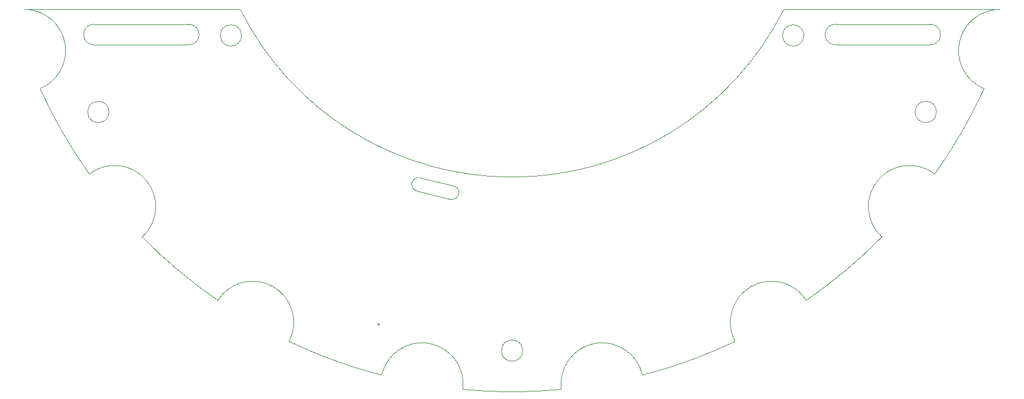
<source format=gm1>
%FSLAX25Y25*%
%MOIN*%
G70*
G01*
G75*
G04 Layer_Color=16711935*
G04:AMPARAMS|DCode=10|XSize=37.4mil|YSize=29.53mil|CornerRadius=0mil|HoleSize=0mil|Usage=FLASHONLY|Rotation=215.500|XOffset=0mil|YOffset=0mil|HoleType=Round|Shape=Rectangle|*
%AMROTATEDRECTD10*
4,1,4,0.00665,0.02288,0.02380,-0.00116,-0.00665,-0.02288,-0.02380,0.00116,0.00665,0.02288,0.0*
%
%ADD10ROTATEDRECTD10*%

G04:AMPARAMS|DCode=11|XSize=59.06mil|YSize=118.11mil|CornerRadius=0mil|HoleSize=0mil|Usage=FLASHONLY|Rotation=33.000|XOffset=0mil|YOffset=0mil|HoleType=Round|Shape=Rectangle|*
%AMROTATEDRECTD11*
4,1,4,0.00740,-0.06561,-0.05693,0.03345,-0.00740,0.06561,0.05693,-0.03345,0.00740,-0.06561,0.0*
%
%ADD11ROTATEDRECTD11*%

G04:AMPARAMS|DCode=12|XSize=37.4mil|YSize=29.53mil|CornerRadius=0mil|HoleSize=0mil|Usage=FLASHONLY|Rotation=337.500|XOffset=0mil|YOffset=0mil|HoleType=Round|Shape=Rectangle|*
%AMROTATEDRECTD12*
4,1,4,-0.02293,-0.00648,-0.01163,0.02080,0.02293,0.00648,0.01163,-0.02080,-0.02293,-0.00648,0.0*
%
%ADD12ROTATEDRECTD12*%

G04:AMPARAMS|DCode=13|XSize=37.4mil|YSize=29.53mil|CornerRadius=0mil|HoleSize=0mil|Usage=FLASHONLY|Rotation=96.500|XOffset=0mil|YOffset=0mil|HoleType=Round|Shape=Rectangle|*
%AMROTATEDRECTD13*
4,1,4,0.01679,-0.01691,-0.01255,-0.02025,-0.01679,0.01691,0.01255,0.02025,0.01679,-0.01691,0.0*
%
%ADD13ROTATEDRECTD13*%

%ADD14P,0.12806X4X118.5*%
G04:AMPARAMS|DCode=15|XSize=37.4mil|YSize=29.53mil|CornerRadius=0mil|HoleSize=0mil|Usage=FLASHONLY|Rotation=352.500|XOffset=0mil|YOffset=0mil|HoleType=Round|Shape=Rectangle|*
%AMROTATEDRECTD15*
4,1,4,-0.02047,-0.01220,-0.01661,0.01708,0.02047,0.01220,0.01661,-0.01708,-0.02047,-0.01220,0.0*
%
%ADD15ROTATEDRECTD15*%

G04:AMPARAMS|DCode=16|XSize=37.4mil|YSize=29.53mil|CornerRadius=0mil|HoleSize=0mil|Usage=FLASHONLY|Rotation=78.500|XOffset=0mil|YOffset=0mil|HoleType=Round|Shape=Rectangle|*
%AMROTATEDRECTD16*
4,1,4,0.01074,-0.02127,-0.01820,-0.01538,-0.01074,0.02127,0.01820,0.01538,0.01074,-0.02127,0.0*
%
%ADD16ROTATEDRECTD16*%

G04:AMPARAMS|DCode=17|XSize=108.27mil|YSize=122.05mil|CornerRadius=0mil|HoleSize=0mil|Usage=FLASHONLY|Rotation=259.000|XOffset=0mil|YOffset=0mil|HoleType=Round|Shape=Rectangle|*
%AMROTATEDRECTD17*
4,1,4,-0.04957,0.06478,0.07023,0.04150,0.04957,-0.06478,-0.07023,-0.04150,-0.04957,0.06478,0.0*
%
%ADD17ROTATEDRECTD17*%

G04:AMPARAMS|DCode=18|XSize=23.62mil|YSize=57.09mil|CornerRadius=0mil|HoleSize=0mil|Usage=FLASHONLY|Rotation=349.000|XOffset=0mil|YOffset=0mil|HoleType=Round|Shape=Rectangle|*
%AMROTATEDRECTD18*
4,1,4,-0.01704,-0.02577,-0.00615,0.03027,0.01704,0.02577,0.00615,-0.03027,-0.01704,-0.02577,0.0*
%
%ADD18ROTATEDRECTD18*%

G04:AMPARAMS|DCode=19|XSize=66.93mil|YSize=78.74mil|CornerRadius=0mil|HoleSize=0mil|Usage=FLASHONLY|Rotation=251.000|XOffset=0mil|YOffset=0mil|HoleType=Round|Shape=Rectangle|*
%AMROTATEDRECTD19*
4,1,4,-0.02633,0.04446,0.04812,0.01882,0.02633,-0.04446,-0.04812,-0.01882,-0.02633,0.04446,0.0*
%
%ADD19ROTATEDRECTD19*%

G04:AMPARAMS|DCode=20|XSize=37.4mil|YSize=29.53mil|CornerRadius=0mil|HoleSize=0mil|Usage=FLASHONLY|Rotation=84.948|XOffset=0mil|YOffset=0mil|HoleType=Round|Shape=Rectangle|*
%AMROTATEDRECTD20*
4,1,4,0.01306,-0.01993,-0.01635,-0.01733,-0.01306,0.01993,0.01635,0.01733,0.01306,-0.01993,0.0*
%
%ADD20ROTATEDRECTD20*%

G04:AMPARAMS|DCode=21|XSize=37.4mil|YSize=29.53mil|CornerRadius=0mil|HoleSize=0mil|Usage=FLASHONLY|Rotation=272.280|XOffset=0mil|YOffset=0mil|HoleType=Round|Shape=Rectangle|*
%AMROTATEDRECTD21*
4,1,4,-0.01550,0.01810,0.01401,0.01927,0.01550,-0.01810,-0.01401,-0.01927,-0.01550,0.01810,0.0*
%
%ADD21ROTATEDRECTD21*%

G04:AMPARAMS|DCode=22|XSize=37.4mil|YSize=29.53mil|CornerRadius=0mil|HoleSize=0mil|Usage=FLASHONLY|Rotation=96.500|XOffset=0mil|YOffset=0mil|HoleType=Round|Shape=Rectangle|*
%AMROTATEDRECTD22*
4,1,4,0.01679,-0.01691,-0.01255,-0.02025,-0.01679,0.01691,0.01255,0.02025,0.01679,-0.01691,0.0*
%
%ADD22ROTATEDRECTD22*%

%ADD23R,0.01181X0.05709*%
%ADD24R,0.05709X0.01181*%
G04:AMPARAMS|DCode=25|XSize=37.4mil|YSize=29.53mil|CornerRadius=0mil|HoleSize=0mil|Usage=FLASHONLY|Rotation=103.000|XOffset=0mil|YOffset=0mil|HoleType=Round|Shape=Rectangle|*
%AMROTATEDRECTD25*
4,1,4,0.01859,-0.01490,-0.01018,-0.02154,-0.01859,0.01490,0.01018,0.02154,0.01859,-0.01490,0.0*
%
%ADD25ROTATEDRECTD25*%

G04:AMPARAMS|DCode=26|XSize=37.4mil|YSize=29.53mil|CornerRadius=0mil|HoleSize=0mil|Usage=FLASHONLY|Rotation=77.000|XOffset=0mil|YOffset=0mil|HoleType=Round|Shape=Rectangle|*
%AMROTATEDRECTD26*
4,1,4,0.01018,-0.02154,-0.01859,-0.01490,-0.01018,0.02154,0.01859,0.01490,0.01018,-0.02154,0.0*
%
%ADD26ROTATEDRECTD26*%

G04:AMPARAMS|DCode=27|XSize=37.4mil|YSize=29.53mil|CornerRadius=0mil|HoleSize=0mil|Usage=FLASHONLY|Rotation=95.500|XOffset=0mil|YOffset=0mil|HoleType=Round|Shape=Rectangle|*
%AMROTATEDRECTD27*
4,1,4,0.01649,-0.01720,-0.01290,-0.02003,-0.01649,0.01720,0.01290,0.02003,0.01649,-0.01720,0.0*
%
%ADD27ROTATEDRECTD27*%

G04:AMPARAMS|DCode=28|XSize=37.4mil|YSize=29.53mil|CornerRadius=0mil|HoleSize=0mil|Usage=FLASHONLY|Rotation=182.681|XOffset=0mil|YOffset=0mil|HoleType=Round|Shape=Rectangle|*
%AMROTATEDRECTD28*
4,1,4,0.01799,0.01562,0.01937,-0.01387,-0.01799,-0.01562,-0.01937,0.01387,0.01799,0.01562,0.0*
%
%ADD28ROTATEDRECTD28*%

G04:AMPARAMS|DCode=29|XSize=37.4mil|YSize=29.53mil|CornerRadius=0mil|HoleSize=0mil|Usage=FLASHONLY|Rotation=287.000|XOffset=0mil|YOffset=0mil|HoleType=Round|Shape=Rectangle|*
%AMROTATEDRECTD29*
4,1,4,-0.01959,0.01357,0.00865,0.02220,0.01959,-0.01357,-0.00865,-0.02220,-0.01959,0.01357,0.0*
%
%ADD29ROTATEDRECTD29*%

G04:AMPARAMS|DCode=30|XSize=37.4mil|YSize=29.53mil|CornerRadius=0mil|HoleSize=0mil|Usage=FLASHONLY|Rotation=358.956|XOffset=0mil|YOffset=0mil|HoleType=Round|Shape=Rectangle|*
%AMROTATEDRECTD30*
4,1,4,-0.01897,-0.01442,-0.01843,0.01510,0.01897,0.01442,0.01843,-0.01510,-0.01897,-0.01442,0.0*
%
%ADD30ROTATEDRECTD30*%

G04:AMPARAMS|DCode=31|XSize=37.4mil|YSize=29.53mil|CornerRadius=0mil|HoleSize=0mil|Usage=FLASHONLY|Rotation=262.500|XOffset=0mil|YOffset=0mil|HoleType=Round|Shape=Rectangle|*
%AMROTATEDRECTD31*
4,1,4,-0.01220,0.02047,0.01708,0.01661,0.01220,-0.02047,-0.01708,-0.01661,-0.01220,0.02047,0.0*
%
%ADD31ROTATEDRECTD31*%

G04:AMPARAMS|DCode=32|XSize=37.4mil|YSize=29.53mil|CornerRadius=0mil|HoleSize=0mil|Usage=FLASHONLY|Rotation=259.000|XOffset=0mil|YOffset=0mil|HoleType=Round|Shape=Rectangle|*
%AMROTATEDRECTD32*
4,1,4,-0.01092,0.02117,0.01806,0.01554,0.01092,-0.02117,-0.01806,-0.01554,-0.01092,0.02117,0.0*
%
%ADD32ROTATEDRECTD32*%

G04:AMPARAMS|DCode=33|XSize=37.4mil|YSize=29.53mil|CornerRadius=0mil|HoleSize=0mil|Usage=FLASHONLY|Rotation=45.000|XOffset=0mil|YOffset=0mil|HoleType=Round|Shape=Rectangle|*
%AMROTATEDRECTD33*
4,1,4,-0.00278,-0.02366,-0.02366,-0.00278,0.00278,0.02366,0.02366,0.00278,-0.00278,-0.02366,0.0*
%
%ADD33ROTATEDRECTD33*%

G04:AMPARAMS|DCode=34|XSize=37.4mil|YSize=29.53mil|CornerRadius=0mil|HoleSize=0mil|Usage=FLASHONLY|Rotation=222.500|XOffset=0mil|YOffset=0mil|HoleType=Round|Shape=Rectangle|*
%AMROTATEDRECTD34*
4,1,4,0.00381,0.02352,0.02376,0.00175,-0.00381,-0.02352,-0.02376,-0.00175,0.00381,0.02352,0.0*
%
%ADD34ROTATEDRECTD34*%

G04:AMPARAMS|DCode=35|XSize=37.4mil|YSize=29.53mil|CornerRadius=0mil|HoleSize=0mil|Usage=FLASHONLY|Rotation=219.500|XOffset=0mil|YOffset=0mil|HoleType=Round|Shape=Rectangle|*
%AMROTATEDRECTD35*
4,1,4,0.00504,0.02329,0.02382,0.00050,-0.00504,-0.02329,-0.02382,-0.00050,0.00504,0.02329,0.0*
%
%ADD35ROTATEDRECTD35*%

G04:AMPARAMS|DCode=36|XSize=37.4mil|YSize=29.53mil|CornerRadius=0mil|HoleSize=0mil|Usage=FLASHONLY|Rotation=216.500|XOffset=0mil|YOffset=0mil|HoleType=Round|Shape=Rectangle|*
%AMROTATEDRECTD36*
4,1,4,0.00625,0.02299,0.02382,-0.00074,-0.00625,-0.02299,-0.02382,0.00074,0.00625,0.02299,0.0*
%
%ADD36ROTATEDRECTD36*%

G04:AMPARAMS|DCode=37|XSize=37.4mil|YSize=29.53mil|CornerRadius=0mil|HoleSize=0mil|Usage=FLASHONLY|Rotation=130.000|XOffset=0mil|YOffset=0mil|HoleType=Round|Shape=Rectangle|*
%AMROTATEDRECTD37*
4,1,4,0.02333,-0.00484,0.00071,-0.02382,-0.02333,0.00484,-0.00071,0.02382,0.02333,-0.00484,0.0*
%
%ADD37ROTATEDRECTD37*%

G04:AMPARAMS|DCode=38|XSize=37.4mil|YSize=29.53mil|CornerRadius=0mil|HoleSize=0mil|Usage=FLASHONLY|Rotation=213.500|XOffset=0mil|YOffset=0mil|HoleType=Round|Shape=Rectangle|*
%AMROTATEDRECTD38*
4,1,4,0.00745,0.02263,0.02374,-0.00199,-0.00745,-0.02263,-0.02374,0.00199,0.00745,0.02263,0.0*
%
%ADD38ROTATEDRECTD38*%

G04:AMPARAMS|DCode=39|XSize=37.4mil|YSize=29.53mil|CornerRadius=0mil|HoleSize=0mil|Usage=FLASHONLY|Rotation=210.500|XOffset=0mil|YOffset=0mil|HoleType=Round|Shape=Rectangle|*
%AMROTATEDRECTD39*
4,1,4,0.00862,0.02221,0.02361,-0.00323,-0.00862,-0.02221,-0.02361,0.00323,0.00862,0.02221,0.0*
%
%ADD39ROTATEDRECTD39*%

G04:AMPARAMS|DCode=40|XSize=37.4mil|YSize=29.53mil|CornerRadius=0mil|HoleSize=0mil|Usage=FLASHONLY|Rotation=120.243|XOffset=0mil|YOffset=0mil|HoleType=Round|Shape=Rectangle|*
%AMROTATEDRECTD40*
4,1,4,0.02217,-0.00872,-0.00334,-0.02359,-0.02217,0.00872,0.00334,0.02359,0.02217,-0.00872,0.0*
%
%ADD40ROTATEDRECTD40*%

G04:AMPARAMS|DCode=41|XSize=37.4mil|YSize=29.53mil|CornerRadius=0mil|HoleSize=0mil|Usage=FLASHONLY|Rotation=212.500|XOffset=0mil|YOffset=0mil|HoleType=Round|Shape=Rectangle|*
%AMROTATEDRECTD41*
4,1,4,0.00784,0.02250,0.02371,-0.00240,-0.00784,-0.02250,-0.02371,0.00240,0.00784,0.02250,0.0*
%
%ADD41ROTATEDRECTD41*%

G04:AMPARAMS|DCode=42|XSize=37.4mil|YSize=29.53mil|CornerRadius=0mil|HoleSize=0mil|Usage=FLASHONLY|Rotation=214.500|XOffset=0mil|YOffset=0mil|HoleType=Round|Shape=Rectangle|*
%AMROTATEDRECTD42*
4,1,4,0.00705,0.02276,0.02377,-0.00158,-0.00705,-0.02276,-0.02377,0.00158,0.00705,0.02276,0.0*
%
%ADD42ROTATEDRECTD42*%

G04:AMPARAMS|DCode=43|XSize=59.06mil|YSize=118.11mil|CornerRadius=0mil|HoleSize=0mil|Usage=FLASHONLY|Rotation=325.000|XOffset=0mil|YOffset=0mil|HoleType=Round|Shape=Rectangle|*
%AMROTATEDRECTD43*
4,1,4,-0.05806,-0.03144,0.00969,0.06531,0.05806,0.03144,-0.00969,-0.06531,-0.05806,-0.03144,0.0*
%
%ADD43ROTATEDRECTD43*%

G04:AMPARAMS|DCode=44|XSize=37.4mil|YSize=29.53mil|CornerRadius=0mil|HoleSize=0mil|Usage=FLASHONLY|Rotation=93.284|XOffset=0mil|YOffset=0mil|HoleType=Round|Shape=Rectangle|*
%AMROTATEDRECTD44*
4,1,4,0.01581,-0.01782,-0.01367,-0.01952,-0.01581,0.01782,0.01367,0.01952,0.01581,-0.01782,0.0*
%
%ADD44ROTATEDRECTD44*%

%ADD45C,0.01000*%
G04:AMPARAMS|DCode=46|XSize=39.37mil|YSize=78.74mil|CornerRadius=0mil|HoleSize=0mil|Usage=FLASHONLY|Rotation=182.000|XOffset=0mil|YOffset=0mil|HoleType=Round|Shape=Round|*
%AMOVALD46*
21,1,0.03937,0.03937,0.00000,0.00000,272.0*
1,1,0.03937,-0.00069,0.01967*
1,1,0.03937,0.00069,-0.01967*
%
%ADD46OVALD46*%

G04:AMPARAMS|DCode=47|XSize=59.06mil|YSize=118.11mil|CornerRadius=0mil|HoleSize=0mil|Usage=FLASHONLY|Rotation=33.500|XOffset=0mil|YOffset=0mil|HoleType=Round|Shape=Round|*
%AMOVALD47*
21,1,0.05906,0.05906,0.00000,0.00000,123.5*
1,1,0.05906,0.01630,-0.02462*
1,1,0.05906,-0.01630,0.02462*
%
%ADD47OVALD47*%

G04:AMPARAMS|DCode=48|XSize=39.37mil|YSize=78.74mil|CornerRadius=0mil|HoleSize=0mil|Usage=FLASHONLY|Rotation=349.000|XOffset=0mil|YOffset=0mil|HoleType=Round|Shape=Round|*
%AMOVALD48*
21,1,0.03937,0.03937,0.00000,0.00000,79.0*
1,1,0.03937,-0.00376,-0.01932*
1,1,0.03937,0.00376,0.01932*
%
%ADD48OVALD48*%

%ADD49C,0.05315*%
%ADD50P,0.07517X4X378.0*%
%ADD51P,0.07517X4X307.5*%
%ADD52O,0.03937X0.07874*%
%ADD53O,0.09843X0.05906*%
G04:AMPARAMS|DCode=54|XSize=39.37mil|YSize=78.74mil|CornerRadius=0mil|HoleSize=0mil|Usage=FLASHONLY|Rotation=14.000|XOffset=0mil|YOffset=0mil|HoleType=Round|Shape=Round|*
%AMOVALD54*
21,1,0.03937,0.03937,0.00000,0.00000,104.0*
1,1,0.03937,0.00476,-0.01910*
1,1,0.03937,-0.00476,0.01910*
%
%ADD54OVALD54*%

G04:AMPARAMS|DCode=55|XSize=39.37mil|YSize=78.74mil|CornerRadius=0mil|HoleSize=0mil|Usage=FLASHONLY|Rotation=19.500|XOffset=0mil|YOffset=0mil|HoleType=Round|Shape=Round|*
%AMOVALD55*
21,1,0.03937,0.03937,0.00000,0.00000,109.5*
1,1,0.03937,0.00657,-0.01856*
1,1,0.03937,-0.00657,0.01856*
%
%ADD55OVALD55*%

G04:AMPARAMS|DCode=56|XSize=39.37mil|YSize=78.74mil|CornerRadius=0mil|HoleSize=0mil|Usage=FLASHONLY|Rotation=342.000|XOffset=0mil|YOffset=0mil|HoleType=Round|Shape=Round|*
%AMOVALD56*
21,1,0.03937,0.03937,0.00000,0.00000,72.0*
1,1,0.03937,-0.00608,-0.01872*
1,1,0.03937,0.00608,0.01872*
%
%ADD56OVALD56*%

G04:AMPARAMS|DCode=57|XSize=39.37mil|YSize=78.74mil|CornerRadius=0mil|HoleSize=0mil|Usage=FLASHONLY|Rotation=40.500|XOffset=0mil|YOffset=0mil|HoleType=Round|Shape=Round|*
%AMOVALD57*
21,1,0.03937,0.03937,0.00000,0.00000,130.5*
1,1,0.03937,0.01278,-0.01497*
1,1,0.03937,-0.01278,0.01497*
%
%ADD57OVALD57*%

G04:AMPARAMS|DCode=58|XSize=39.37mil|YSize=78.74mil|CornerRadius=0mil|HoleSize=0mil|Usage=FLASHONLY|Rotation=46.000|XOffset=0mil|YOffset=0mil|HoleType=Round|Shape=Round|*
%AMOVALD58*
21,1,0.03937,0.03937,0.00000,0.00000,136.0*
1,1,0.03937,0.01416,-0.01367*
1,1,0.03937,-0.01416,0.01367*
%
%ADD58OVALD58*%

G04:AMPARAMS|DCode=59|XSize=39.37mil|YSize=78.74mil|CornerRadius=0mil|HoleSize=0mil|Usage=FLASHONLY|Rotation=320.000|XOffset=0mil|YOffset=0mil|HoleType=Round|Shape=Round|*
%AMOVALD59*
21,1,0.03937,0.03937,0.00000,0.00000,50.0*
1,1,0.03937,-0.01265,-0.01508*
1,1,0.03937,0.01265,0.01508*
%
%ADD59OVALD59*%

%ADD60C,0.03150*%
%ADD61C,0.01969*%
%ADD62C,0.04331*%
%ADD63C,0.00984*%
%ADD64C,0.02362*%
%ADD65C,0.00787*%
%ADD66C,0.00394*%
%ADD67C,0.00197*%
G04:AMPARAMS|DCode=68|XSize=45.4mil|YSize=37.53mil|CornerRadius=0mil|HoleSize=0mil|Usage=FLASHONLY|Rotation=215.500|XOffset=0mil|YOffset=0mil|HoleType=Round|Shape=Rectangle|*
%AMROTATEDRECTD68*
4,1,4,0.00759,0.02846,0.02938,-0.00209,-0.00759,-0.02846,-0.02938,0.00209,0.00759,0.02846,0.0*
%
%ADD68ROTATEDRECTD68*%

G04:AMPARAMS|DCode=69|XSize=67.06mil|YSize=126.11mil|CornerRadius=0mil|HoleSize=0mil|Usage=FLASHONLY|Rotation=33.000|XOffset=0mil|YOffset=0mil|HoleType=Round|Shape=Rectangle|*
%AMROTATEDRECTD69*
4,1,4,0.00622,-0.07114,-0.06246,0.03462,-0.00622,0.07114,0.06246,-0.03462,0.00622,-0.07114,0.0*
%
%ADD69ROTATEDRECTD69*%

G04:AMPARAMS|DCode=70|XSize=45.4mil|YSize=37.53mil|CornerRadius=0mil|HoleSize=0mil|Usage=FLASHONLY|Rotation=337.500|XOffset=0mil|YOffset=0mil|HoleType=Round|Shape=Rectangle|*
%AMROTATEDRECTD70*
4,1,4,-0.02815,-0.00865,-0.01379,0.02602,0.02815,0.00865,0.01379,-0.02602,-0.02815,-0.00865,0.0*
%
%ADD70ROTATEDRECTD70*%

G04:AMPARAMS|DCode=71|XSize=45.4mil|YSize=37.53mil|CornerRadius=0mil|HoleSize=0mil|Usage=FLASHONLY|Rotation=96.500|XOffset=0mil|YOffset=0mil|HoleType=Round|Shape=Rectangle|*
%AMROTATEDRECTD71*
4,1,4,0.02121,-0.02043,-0.01607,-0.02468,-0.02121,0.02043,0.01607,0.02468,0.02121,-0.02043,0.0*
%
%ADD71ROTATEDRECTD71*%

%ADD72P,0.13937X4X118.5*%
G04:AMPARAMS|DCode=73|XSize=45.4mil|YSize=37.53mil|CornerRadius=0mil|HoleSize=0mil|Usage=FLASHONLY|Rotation=352.500|XOffset=0mil|YOffset=0mil|HoleType=Round|Shape=Rectangle|*
%AMROTATEDRECTD73*
4,1,4,-0.02496,-0.01564,-0.02006,0.02157,0.02496,0.01564,0.02006,-0.02157,-0.02496,-0.01564,0.0*
%
%ADD73ROTATEDRECTD73*%

G04:AMPARAMS|DCode=74|XSize=45.4mil|YSize=37.53mil|CornerRadius=0mil|HoleSize=0mil|Usage=FLASHONLY|Rotation=78.500|XOffset=0mil|YOffset=0mil|HoleType=Round|Shape=Rectangle|*
%AMROTATEDRECTD74*
4,1,4,0.01386,-0.02599,-0.02291,-0.01850,-0.01386,0.02599,0.02291,0.01850,0.01386,-0.02599,0.0*
%
%ADD74ROTATEDRECTD74*%

G04:AMPARAMS|DCode=75|XSize=116.27mil|YSize=130.05mil|CornerRadius=0mil|HoleSize=0mil|Usage=FLASHONLY|Rotation=259.000|XOffset=0mil|YOffset=0mil|HoleType=Round|Shape=Rectangle|*
%AMROTATEDRECTD75*
4,1,4,-0.05274,0.06947,0.07492,0.04466,0.05274,-0.06947,-0.07492,-0.04466,-0.05274,0.06947,0.0*
%
%ADD75ROTATEDRECTD75*%

G04:AMPARAMS|DCode=76|XSize=31.62mil|YSize=65.09mil|CornerRadius=0mil|HoleSize=0mil|Usage=FLASHONLY|Rotation=349.000|XOffset=0mil|YOffset=0mil|HoleType=Round|Shape=Rectangle|*
%AMROTATEDRECTD76*
4,1,4,-0.02173,-0.02893,-0.00931,0.03496,0.02173,0.02893,0.00931,-0.03496,-0.02173,-0.02893,0.0*
%
%ADD76ROTATEDRECTD76*%

G04:AMPARAMS|DCode=77|XSize=74.93mil|YSize=86.74mil|CornerRadius=0mil|HoleSize=0mil|Usage=FLASHONLY|Rotation=251.000|XOffset=0mil|YOffset=0mil|HoleType=Round|Shape=Rectangle|*
%AMROTATEDRECTD77*
4,1,4,-0.02881,0.04954,0.05321,0.02130,0.02881,-0.04954,-0.05321,-0.02130,-0.02881,0.04954,0.0*
%
%ADD77ROTATEDRECTD77*%

G04:AMPARAMS|DCode=78|XSize=45.4mil|YSize=37.53mil|CornerRadius=0mil|HoleSize=0mil|Usage=FLASHONLY|Rotation=84.948|XOffset=0mil|YOffset=0mil|HoleType=Round|Shape=Rectangle|*
%AMROTATEDRECTD78*
4,1,4,0.01669,-0.02427,-0.02069,-0.02096,-0.01669,0.02427,0.02069,0.02096,0.01669,-0.02427,0.0*
%
%ADD78ROTATEDRECTD78*%

G04:AMPARAMS|DCode=79|XSize=45.4mil|YSize=37.53mil|CornerRadius=0mil|HoleSize=0mil|Usage=FLASHONLY|Rotation=272.280|XOffset=0mil|YOffset=0mil|HoleType=Round|Shape=Rectangle|*
%AMROTATEDRECTD79*
4,1,4,-0.01965,0.02194,0.01785,0.02343,0.01965,-0.02194,-0.01785,-0.02343,-0.01965,0.02194,0.0*
%
%ADD79ROTATEDRECTD79*%

G04:AMPARAMS|DCode=80|XSize=45.4mil|YSize=37.53mil|CornerRadius=0mil|HoleSize=0mil|Usage=FLASHONLY|Rotation=96.500|XOffset=0mil|YOffset=0mil|HoleType=Round|Shape=Rectangle|*
%AMROTATEDRECTD80*
4,1,4,0.02121,-0.02043,-0.01607,-0.02468,-0.02121,0.02043,0.01607,0.02468,0.02121,-0.02043,0.0*
%
%ADD80ROTATEDRECTD80*%

%ADD81R,0.01981X0.06509*%
%ADD82R,0.06509X0.01981*%
G04:AMPARAMS|DCode=83|XSize=45.4mil|YSize=37.53mil|CornerRadius=0mil|HoleSize=0mil|Usage=FLASHONLY|Rotation=103.000|XOffset=0mil|YOffset=0mil|HoleType=Round|Shape=Rectangle|*
%AMROTATEDRECTD83*
4,1,4,0.02339,-0.01790,-0.01318,-0.02634,-0.02339,0.01790,0.01318,0.02634,0.02339,-0.01790,0.0*
%
%ADD83ROTATEDRECTD83*%

G04:AMPARAMS|DCode=84|XSize=45.4mil|YSize=37.53mil|CornerRadius=0mil|HoleSize=0mil|Usage=FLASHONLY|Rotation=77.000|XOffset=0mil|YOffset=0mil|HoleType=Round|Shape=Rectangle|*
%AMROTATEDRECTD84*
4,1,4,0.01318,-0.02634,-0.02339,-0.01790,-0.01318,0.02634,0.02339,0.01790,0.01318,-0.02634,0.0*
%
%ADD84ROTATEDRECTD84*%

G04:AMPARAMS|DCode=85|XSize=45.4mil|YSize=37.53mil|CornerRadius=0mil|HoleSize=0mil|Usage=FLASHONLY|Rotation=95.500|XOffset=0mil|YOffset=0mil|HoleType=Round|Shape=Rectangle|*
%AMROTATEDRECTD85*
4,1,4,0.02085,-0.02080,-0.01650,-0.02440,-0.02085,0.02080,0.01650,0.02440,0.02085,-0.02080,0.0*
%
%ADD85ROTATEDRECTD85*%

G04:AMPARAMS|DCode=86|XSize=45.4mil|YSize=37.53mil|CornerRadius=0mil|HoleSize=0mil|Usage=FLASHONLY|Rotation=182.681|XOffset=0mil|YOffset=0mil|HoleType=Round|Shape=Rectangle|*
%AMROTATEDRECTD86*
4,1,4,0.02180,0.01981,0.02355,-0.01768,-0.02180,-0.01981,-0.02355,0.01768,0.02180,0.01981,0.0*
%
%ADD86ROTATEDRECTD86*%

G04:AMPARAMS|DCode=87|XSize=45.4mil|YSize=37.53mil|CornerRadius=0mil|HoleSize=0mil|Usage=FLASHONLY|Rotation=287.000|XOffset=0mil|YOffset=0mil|HoleType=Round|Shape=Rectangle|*
%AMROTATEDRECTD87*
4,1,4,-0.02458,0.01622,0.01131,0.02720,0.02458,-0.01622,-0.01131,-0.02720,-0.02458,0.01622,0.0*
%
%ADD87ROTATEDRECTD87*%

G04:AMPARAMS|DCode=88|XSize=45.4mil|YSize=37.53mil|CornerRadius=0mil|HoleSize=0mil|Usage=FLASHONLY|Rotation=358.956|XOffset=0mil|YOffset=0mil|HoleType=Round|Shape=Rectangle|*
%AMROTATEDRECTD88*
4,1,4,-0.02304,-0.01835,-0.02236,0.01917,0.02304,0.01835,0.02236,-0.01917,-0.02304,-0.01835,0.0*
%
%ADD88ROTATEDRECTD88*%

G04:AMPARAMS|DCode=89|XSize=45.4mil|YSize=37.53mil|CornerRadius=0mil|HoleSize=0mil|Usage=FLASHONLY|Rotation=262.500|XOffset=0mil|YOffset=0mil|HoleType=Round|Shape=Rectangle|*
%AMROTATEDRECTD89*
4,1,4,-0.01564,0.02496,0.02157,0.02006,0.01564,-0.02496,-0.02157,-0.02006,-0.01564,0.02496,0.0*
%
%ADD89ROTATEDRECTD89*%

G04:AMPARAMS|DCode=90|XSize=45.4mil|YSize=37.53mil|CornerRadius=0mil|HoleSize=0mil|Usage=FLASHONLY|Rotation=259.000|XOffset=0mil|YOffset=0mil|HoleType=Round|Shape=Rectangle|*
%AMROTATEDRECTD90*
4,1,4,-0.01409,0.02586,0.02275,0.01870,0.01409,-0.02586,-0.02275,-0.01870,-0.01409,0.02586,0.0*
%
%ADD90ROTATEDRECTD90*%

G04:AMPARAMS|DCode=91|XSize=45.4mil|YSize=37.53mil|CornerRadius=0mil|HoleSize=0mil|Usage=FLASHONLY|Rotation=45.000|XOffset=0mil|YOffset=0mil|HoleType=Round|Shape=Rectangle|*
%AMROTATEDRECTD91*
4,1,4,-0.00278,-0.02932,-0.02932,-0.00278,0.00278,0.02932,0.02932,0.00278,-0.00278,-0.02932,0.0*
%
%ADD91ROTATEDRECTD91*%

G04:AMPARAMS|DCode=92|XSize=45.4mil|YSize=37.53mil|CornerRadius=0mil|HoleSize=0mil|Usage=FLASHONLY|Rotation=222.500|XOffset=0mil|YOffset=0mil|HoleType=Round|Shape=Rectangle|*
%AMROTATEDRECTD92*
4,1,4,0.00406,0.02917,0.02941,0.00150,-0.00406,-0.02917,-0.02941,-0.00150,0.00406,0.02917,0.0*
%
%ADD92ROTATEDRECTD92*%

G04:AMPARAMS|DCode=93|XSize=45.4mil|YSize=37.53mil|CornerRadius=0mil|HoleSize=0mil|Usage=FLASHONLY|Rotation=219.500|XOffset=0mil|YOffset=0mil|HoleType=Round|Shape=Rectangle|*
%AMROTATEDRECTD93*
4,1,4,0.00558,0.02892,0.02945,-0.00004,-0.00558,-0.02892,-0.02945,0.00004,0.00558,0.02892,0.0*
%
%ADD93ROTATEDRECTD93*%

G04:AMPARAMS|DCode=94|XSize=45.4mil|YSize=37.53mil|CornerRadius=0mil|HoleSize=0mil|Usage=FLASHONLY|Rotation=216.500|XOffset=0mil|YOffset=0mil|HoleType=Round|Shape=Rectangle|*
%AMROTATEDRECTD94*
4,1,4,0.00709,0.02859,0.02941,-0.00158,-0.00709,-0.02859,-0.02941,0.00158,0.00709,0.02859,0.0*
%
%ADD94ROTATEDRECTD94*%

G04:AMPARAMS|DCode=95|XSize=45.4mil|YSize=37.53mil|CornerRadius=0mil|HoleSize=0mil|Usage=FLASHONLY|Rotation=130.000|XOffset=0mil|YOffset=0mil|HoleType=Round|Shape=Rectangle|*
%AMROTATEDRECTD95*
4,1,4,0.02897,-0.00533,0.00022,-0.02945,-0.02897,0.00533,-0.00022,0.02945,0.02897,-0.00533,0.0*
%
%ADD95ROTATEDRECTD95*%

G04:AMPARAMS|DCode=96|XSize=45.4mil|YSize=37.53mil|CornerRadius=0mil|HoleSize=0mil|Usage=FLASHONLY|Rotation=213.500|XOffset=0mil|YOffset=0mil|HoleType=Round|Shape=Rectangle|*
%AMROTATEDRECTD96*
4,1,4,0.00857,0.02818,0.02929,-0.00312,-0.00857,-0.02818,-0.02929,0.00312,0.00857,0.02818,0.0*
%
%ADD96ROTATEDRECTD96*%

G04:AMPARAMS|DCode=97|XSize=45.4mil|YSize=37.53mil|CornerRadius=0mil|HoleSize=0mil|Usage=FLASHONLY|Rotation=210.500|XOffset=0mil|YOffset=0mil|HoleType=Round|Shape=Rectangle|*
%AMROTATEDRECTD97*
4,1,4,0.01004,0.02769,0.02908,-0.00465,-0.01004,-0.02769,-0.02908,0.00465,0.01004,0.02769,0.0*
%
%ADD97ROTATEDRECTD97*%

G04:AMPARAMS|DCode=98|XSize=45.4mil|YSize=37.53mil|CornerRadius=0mil|HoleSize=0mil|Usage=FLASHONLY|Rotation=120.243|XOffset=0mil|YOffset=0mil|HoleType=Round|Shape=Rectangle|*
%AMROTATEDRECTD98*
4,1,4,0.02764,-0.01016,-0.00478,-0.02906,-0.02764,0.01016,0.00478,0.02906,0.02764,-0.01016,0.0*
%
%ADD98ROTATEDRECTD98*%

G04:AMPARAMS|DCode=99|XSize=45.4mil|YSize=37.53mil|CornerRadius=0mil|HoleSize=0mil|Usage=FLASHONLY|Rotation=212.500|XOffset=0mil|YOffset=0mil|HoleType=Round|Shape=Rectangle|*
%AMROTATEDRECTD99*
4,1,4,0.00906,0.02802,0.02923,-0.00363,-0.00906,-0.02802,-0.02923,0.00363,0.00906,0.02802,0.0*
%
%ADD99ROTATEDRECTD99*%

G04:AMPARAMS|DCode=100|XSize=45.4mil|YSize=37.53mil|CornerRadius=0mil|HoleSize=0mil|Usage=FLASHONLY|Rotation=214.500|XOffset=0mil|YOffset=0mil|HoleType=Round|Shape=Rectangle|*
%AMROTATEDRECTD100*
4,1,4,0.00808,0.02832,0.02934,-0.00261,-0.00808,-0.02832,-0.02934,0.00261,0.00808,0.02832,0.0*
%
%ADD100ROTATEDRECTD100*%

G04:AMPARAMS|DCode=101|XSize=67.06mil|YSize=126.11mil|CornerRadius=0mil|HoleSize=0mil|Usage=FLASHONLY|Rotation=325.000|XOffset=0mil|YOffset=0mil|HoleType=Round|Shape=Rectangle|*
%AMROTATEDRECTD101*
4,1,4,-0.06363,-0.03242,0.00870,0.07088,0.06363,0.03242,-0.00870,-0.07088,-0.06363,-0.03242,0.0*
%
%ADD101ROTATEDRECTD101*%

G04:AMPARAMS|DCode=102|XSize=45.4mil|YSize=37.53mil|CornerRadius=0mil|HoleSize=0mil|Usage=FLASHONLY|Rotation=93.284|XOffset=0mil|YOffset=0mil|HoleType=Round|Shape=Rectangle|*
%AMROTATEDRECTD102*
4,1,4,0.02003,-0.02159,-0.01743,-0.02374,-0.02003,0.02159,0.01743,0.02374,0.02003,-0.02159,0.0*
%
%ADD102ROTATEDRECTD102*%

G04:AMPARAMS|DCode=103|XSize=47.37mil|YSize=86.74mil|CornerRadius=0mil|HoleSize=0mil|Usage=FLASHONLY|Rotation=182.000|XOffset=0mil|YOffset=0mil|HoleType=Round|Shape=Round|*
%AMOVALD103*
21,1,0.03937,0.04737,0.00000,0.00000,272.0*
1,1,0.04737,-0.00069,0.01967*
1,1,0.04737,0.00069,-0.01967*
%
%ADD103OVALD103*%

G04:AMPARAMS|DCode=104|XSize=67.06mil|YSize=126.11mil|CornerRadius=0mil|HoleSize=0mil|Usage=FLASHONLY|Rotation=33.500|XOffset=0mil|YOffset=0mil|HoleType=Round|Shape=Round|*
%AMOVALD104*
21,1,0.05906,0.06706,0.00000,0.00000,123.5*
1,1,0.06706,0.01630,-0.02462*
1,1,0.06706,-0.01630,0.02462*
%
%ADD104OVALD104*%

G04:AMPARAMS|DCode=105|XSize=47.37mil|YSize=86.74mil|CornerRadius=0mil|HoleSize=0mil|Usage=FLASHONLY|Rotation=349.000|XOffset=0mil|YOffset=0mil|HoleType=Round|Shape=Round|*
%AMOVALD105*
21,1,0.03937,0.04737,0.00000,0.00000,79.0*
1,1,0.04737,-0.00376,-0.01932*
1,1,0.04737,0.00376,0.01932*
%
%ADD105OVALD105*%

%ADD106C,0.06115*%
%ADD107P,0.08648X4X378.0*%
%ADD108P,0.08648X4X307.5*%
%ADD109O,0.04737X0.08674*%
%ADD110O,0.10642X0.06706*%
G04:AMPARAMS|DCode=111|XSize=47.37mil|YSize=86.74mil|CornerRadius=0mil|HoleSize=0mil|Usage=FLASHONLY|Rotation=14.000|XOffset=0mil|YOffset=0mil|HoleType=Round|Shape=Round|*
%AMOVALD111*
21,1,0.03937,0.04737,0.00000,0.00000,104.0*
1,1,0.04737,0.00476,-0.01910*
1,1,0.04737,-0.00476,0.01910*
%
%ADD111OVALD111*%

G04:AMPARAMS|DCode=112|XSize=47.37mil|YSize=86.74mil|CornerRadius=0mil|HoleSize=0mil|Usage=FLASHONLY|Rotation=19.500|XOffset=0mil|YOffset=0mil|HoleType=Round|Shape=Round|*
%AMOVALD112*
21,1,0.03937,0.04737,0.00000,0.00000,109.5*
1,1,0.04737,0.00657,-0.01856*
1,1,0.04737,-0.00657,0.01856*
%
%ADD112OVALD112*%

G04:AMPARAMS|DCode=113|XSize=47.37mil|YSize=86.74mil|CornerRadius=0mil|HoleSize=0mil|Usage=FLASHONLY|Rotation=342.000|XOffset=0mil|YOffset=0mil|HoleType=Round|Shape=Round|*
%AMOVALD113*
21,1,0.03937,0.04737,0.00000,0.00000,72.0*
1,1,0.04737,-0.00608,-0.01872*
1,1,0.04737,0.00608,0.01872*
%
%ADD113OVALD113*%

G04:AMPARAMS|DCode=114|XSize=47.37mil|YSize=86.74mil|CornerRadius=0mil|HoleSize=0mil|Usage=FLASHONLY|Rotation=40.500|XOffset=0mil|YOffset=0mil|HoleType=Round|Shape=Round|*
%AMOVALD114*
21,1,0.03937,0.04737,0.00000,0.00000,130.5*
1,1,0.04737,0.01278,-0.01497*
1,1,0.04737,-0.01278,0.01497*
%
%ADD114OVALD114*%

G04:AMPARAMS|DCode=115|XSize=47.37mil|YSize=86.74mil|CornerRadius=0mil|HoleSize=0mil|Usage=FLASHONLY|Rotation=46.000|XOffset=0mil|YOffset=0mil|HoleType=Round|Shape=Round|*
%AMOVALD115*
21,1,0.03937,0.04737,0.00000,0.00000,136.0*
1,1,0.04737,0.01416,-0.01367*
1,1,0.04737,-0.01416,0.01367*
%
%ADD115OVALD115*%

G04:AMPARAMS|DCode=116|XSize=47.37mil|YSize=86.74mil|CornerRadius=0mil|HoleSize=0mil|Usage=FLASHONLY|Rotation=320.000|XOffset=0mil|YOffset=0mil|HoleType=Round|Shape=Round|*
%AMOVALD116*
21,1,0.03937,0.04737,0.00000,0.00000,50.0*
1,1,0.04737,-0.01265,-0.01508*
1,1,0.04737,0.01265,0.01508*
%
%ADD116OVALD116*%

%ADD117C,0.03950*%
%ADD118C,0.02769*%
%ADD119C,0.05131*%
%ADD120C,0.00050*%
D66*
X457106Y260994D02*
X458616Y260547D01*
X457637Y260015D02*
X458084Y261525D01*
D120*
X701874Y426390D02*
G03*
X701874Y426390I-6102J0D01*
G01*
X379331D02*
G03*
X379331Y426390I-6102J0D01*
G01*
X303298Y382492D02*
G03*
X303298Y382492I-6102J0D01*
G01*
X540602Y245484D02*
G03*
X540602Y245484I-6102J0D01*
G01*
X777907Y382492D02*
G03*
X777907Y382492I-6102J0D01*
G01*
X776958Y346866D02*
G03*
X805235Y395842I-242458J172634D01*
G01*
X776958Y346866D02*
G03*
X746614Y310703I-14454J-18684D01*
G01*
X703292Y274352D02*
G03*
X746614Y310703I-168791J245148D01*
G01*
X703292Y274352D02*
G03*
X662409Y250748I-19973J-12614D01*
G01*
X609266Y231406D02*
G03*
X662409Y250748I-74766J288094D01*
G01*
X609266Y231406D02*
G03*
X562777Y223208I-23082J-5022D01*
G01*
X506223D02*
G03*
X562777Y223208I28277J296292D01*
G01*
X506223D02*
G03*
X459734Y231406I-23408J3176D01*
G01*
X406591Y250748D02*
G03*
X459734Y231406I127909J268752D01*
G01*
X406591Y250748D02*
G03*
X365708Y274352I-20910J10990D01*
G01*
X322386Y310703D02*
G03*
X365708Y274352I212114J208797D01*
G01*
X322386Y310703D02*
G03*
X292042Y346866I-15890J17479D01*
G01*
X263766Y395842D02*
G03*
X292042Y346866I270735J123658D01*
G01*
X263766Y395842D02*
G03*
X254812Y441324I-8954J21859D01*
G01*
X378592D02*
G03*
X690408Y441324I155908J78176D01*
G01*
X814188D02*
G03*
X805235Y395842I0J-23622D01*
G01*
X349016Y420999D02*
G03*
X349016Y432810I0J5906D01*
G01*
X294699D02*
G03*
X294699Y420999I0J-5906D01*
G01*
X774301D02*
G03*
X774301Y432810I0J5906D01*
G01*
X719983D02*
G03*
X719983Y420999I0J-5906D01*
G01*
X499118Y332404D02*
G03*
X500979Y340055I931J3825D01*
G01*
X481851Y344708D02*
G03*
X479990Y337057I-931J-3825D01*
G01*
X254812Y441324D02*
X378592D01*
X690408D02*
X814188D01*
X294699Y432810D02*
X349016D01*
X294699Y420999D02*
X349016D01*
X719983Y432810D02*
X774301D01*
X719983Y420999D02*
X774301D01*
X481851Y344708D02*
X500979Y340055D01*
X479990Y337057D02*
X499118Y332404D01*
M02*

</source>
